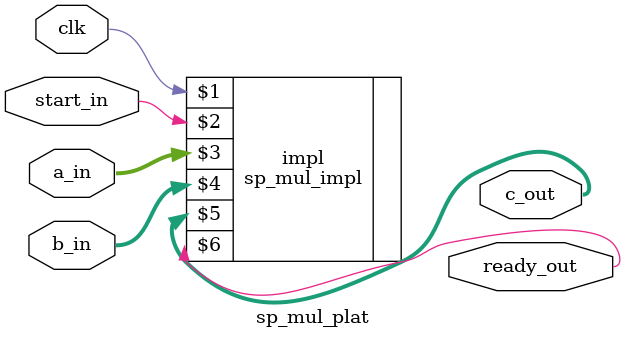
<source format=v>

module sp_addI(a_in, b_in, c_out);

    parameter WIDTH = 32;
    input wire [WIDTH-1:0] a_in;
    input wire [WIDTH-1:0] b_in;
    output wire [WIDTH-1:0] c_out;

    assign c_out = a_in + b_in;

endmodule

module sp_subI(a_in, b_in, c_out);

    parameter WIDTH = 32;
    input wire [WIDTH-1:0] a_in;
    input wire [WIDTH-1:0] b_in;
    output wire [WIDTH-1:0] c_out;

    assign c_out = a_in - b_in;

endmodule

module sp_mul_plat(clk, start_in, a_in, b_in, c_out, ready_out);

    parameter WIDTH         = 24;
    parameter OUTPUT_WIDTH  = WIDTH * 2;
    parameter SHIFT         = 18;

    input wire clk;
    input wire start_in;
    input wire [WIDTH-1:0] a_in;
    input wire [WIDTH-1:0] b_in;
    output wire [OUTPUT_WIDTH-1:0] c_out;
    output wire ready_out;

    sp_mul_impl #(.SHIFT(SHIFT), .WIDTH(WIDTH), .OUTPUT_WIDTH(OUTPUT_WIDTH))
        impl(clk, start_in, a_in, b_in, c_out, ready_out);

endmodule


</source>
